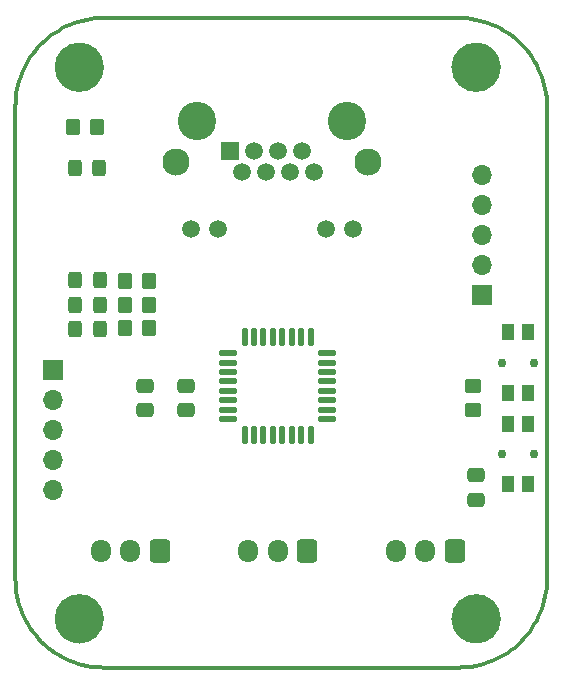
<source format=gbr>
%TF.GenerationSoftware,KiCad,Pcbnew,6.0.10+dfsg-1~bpo11+1*%
%TF.CreationDate,2023-01-29T22:13:57-06:00*%
%TF.ProjectId,Pedals,50656461-6c73-42e6-9b69-6361645f7063,rev?*%
%TF.SameCoordinates,Original*%
%TF.FileFunction,Soldermask,Top*%
%TF.FilePolarity,Negative*%
%FSLAX46Y46*%
G04 Gerber Fmt 4.6, Leading zero omitted, Abs format (unit mm)*
G04 Created by KiCad (PCBNEW 6.0.10+dfsg-1~bpo11+1) date 2023-01-29 22:13:57*
%MOMM*%
%LPD*%
G01*
G04 APERTURE LIST*
G04 Aperture macros list*
%AMRoundRect*
0 Rectangle with rounded corners*
0 $1 Rounding radius*
0 $2 $3 $4 $5 $6 $7 $8 $9 X,Y pos of 4 corners*
0 Add a 4 corners polygon primitive as box body*
4,1,4,$2,$3,$4,$5,$6,$7,$8,$9,$2,$3,0*
0 Add four circle primitives for the rounded corners*
1,1,$1+$1,$2,$3*
1,1,$1+$1,$4,$5*
1,1,$1+$1,$6,$7*
1,1,$1+$1,$8,$9*
0 Add four rect primitives between the rounded corners*
20,1,$1+$1,$2,$3,$4,$5,0*
20,1,$1+$1,$4,$5,$6,$7,0*
20,1,$1+$1,$6,$7,$8,$9,0*
20,1,$1+$1,$8,$9,$2,$3,0*%
G04 Aperture macros list end*
%TA.AperFunction,Profile*%
%ADD10C,0.349999*%
%TD*%
%TA.AperFunction,Profile*%
%ADD11C,2.075000*%
%TD*%
%ADD12O,1.700000X1.700000*%
%ADD13R,1.700000X1.700000*%
%ADD14RoundRect,0.250000X0.350000X0.450000X-0.350000X0.450000X-0.350000X-0.450000X0.350000X-0.450000X0*%
%ADD15RoundRect,0.250000X-0.325000X-0.450000X0.325000X-0.450000X0.325000X0.450000X-0.325000X0.450000X0*%
%ADD16RoundRect,0.250000X0.600000X0.725000X-0.600000X0.725000X-0.600000X-0.725000X0.600000X-0.725000X0*%
%ADD17O,1.700000X1.950000*%
%ADD18RoundRect,0.250000X0.475000X-0.337500X0.475000X0.337500X-0.475000X0.337500X-0.475000X-0.337500X0*%
%ADD19C,3.250000*%
%ADD20R,1.500000X1.500000*%
%ADD21C,1.500000*%
%ADD22C,2.300000*%
%ADD23RoundRect,0.250000X0.450000X-0.350000X0.450000X0.350000X-0.450000X0.350000X-0.450000X-0.350000X0*%
%ADD24C,0.750000*%
%ADD25R,1.000000X1.450000*%
%ADD26RoundRect,0.125000X-0.625000X-0.125000X0.625000X-0.125000X0.625000X0.125000X-0.625000X0.125000X0*%
%ADD27RoundRect,0.125000X-0.125000X-0.625000X0.125000X-0.625000X0.125000X0.625000X-0.125000X0.625000X0*%
%ADD28RoundRect,0.250000X-0.475000X0.337500X-0.475000X-0.337500X0.475000X-0.337500X0.475000X0.337500X0*%
%ADD29RoundRect,0.250000X0.325000X0.450000X-0.325000X0.450000X-0.325000X-0.450000X0.325000X-0.450000X0*%
G04 APERTURE END LIST*
D10*
X125183550Y-75797418D02*
X125363960Y-75478420D01*
X166262042Y-73300778D02*
X166553182Y-73527581D01*
X124624190Y-121510361D02*
X124526193Y-121157226D01*
X124336701Y-78587814D02*
X124382194Y-78221573D01*
X161799997Y-71829097D02*
X162171901Y-71838314D01*
X129971872Y-126602905D02*
X129618736Y-126504908D01*
X131058717Y-71865797D02*
X131428097Y-71838314D01*
X169299997Y-79329097D02*
X169299997Y-119329097D01*
X168416448Y-75797418D02*
X168580885Y-76124473D01*
X126766193Y-124888857D02*
X126496700Y-124632400D01*
X129971872Y-72055289D02*
X130329990Y-71974539D01*
X167359757Y-74295289D02*
X167601514Y-74575913D01*
X163270007Y-71974539D02*
X163628126Y-72055289D01*
X169290780Y-119701000D02*
X169263297Y-120070380D01*
X163981261Y-126504908D02*
X163628126Y-126602905D01*
X124382194Y-78221573D02*
X124445443Y-77859086D01*
X131800000Y-126829097D02*
X131428097Y-126819879D01*
X127337956Y-73300778D02*
X127638996Y-73089185D01*
X131428097Y-126819879D02*
X131058717Y-126792397D01*
X126240242Y-74295289D02*
X126496700Y-74025796D01*
X165650675Y-125765138D02*
X165331676Y-125945548D01*
X169154555Y-120799107D02*
X169073805Y-121157226D01*
X168580885Y-76124473D02*
X168729094Y-76458971D01*
X124870904Y-76458971D02*
X125019113Y-76124473D01*
X166553182Y-73527581D02*
X166833806Y-73769338D01*
X163628126Y-72055289D02*
X163981261Y-72153286D01*
X127949323Y-72893056D02*
X128268322Y-72712646D01*
X168860820Y-121857898D02*
X168729094Y-122199223D01*
X125363960Y-123179774D02*
X125183550Y-122860776D01*
X167601514Y-124082282D02*
X167359757Y-124362906D01*
X129618736Y-126504908D02*
X129271199Y-126389919D01*
X124336701Y-120070380D02*
X124309218Y-119701000D01*
X130692477Y-71911290D02*
X131058717Y-71865797D01*
X161799997Y-126829097D02*
X131800000Y-126829097D01*
X125998484Y-124082282D02*
X125771682Y-123791142D01*
X169073805Y-77500968D02*
X169154555Y-77859086D01*
X163628126Y-126602905D02*
X163270007Y-126683655D01*
X168975808Y-77147833D02*
X169073805Y-77500968D01*
X164328798Y-126389919D02*
X163981261Y-126504908D01*
X127337956Y-125357417D02*
X127046816Y-125130614D01*
X124309218Y-119701000D02*
X124300001Y-119329097D01*
D11*
X130737500Y-76000000D02*
G75*
G03*
X130737500Y-76000000I-1037500J0D01*
G01*
D10*
X161799997Y-71829097D02*
X161799997Y-71829097D01*
X129618736Y-72153286D02*
X129971872Y-72055289D01*
X125771682Y-123791142D02*
X125560089Y-123490101D01*
X124300001Y-79329097D02*
X124309218Y-78957193D01*
X127046816Y-125130614D02*
X126766193Y-124888857D01*
X124739178Y-76800295D02*
X124870904Y-76458971D01*
X126496700Y-124632400D02*
X126240242Y-124362906D01*
X166553182Y-125130614D02*
X166262042Y-125357417D01*
X165650675Y-72893056D02*
X165961002Y-73089185D01*
X169263297Y-120070380D02*
X169217804Y-120436620D01*
X127638996Y-125569009D02*
X127337956Y-125357417D01*
X130329990Y-126683655D02*
X129971872Y-126602905D01*
X124739178Y-121857898D02*
X124624190Y-121510361D01*
X128595377Y-72548209D02*
X128929874Y-72400000D01*
X167103300Y-74025796D02*
X167359757Y-74295289D01*
X162541280Y-71865797D02*
X162907520Y-71911290D01*
X162171901Y-71838314D02*
X162541280Y-71865797D01*
X166833806Y-73769338D02*
X167103300Y-74025796D01*
X162907520Y-71911290D02*
X163270007Y-71974539D01*
X131058717Y-126792397D02*
X130692477Y-126746904D01*
X124382194Y-120436620D02*
X124336701Y-120070380D01*
X168729094Y-122199223D02*
X168580885Y-122533720D01*
X165961002Y-73089185D02*
X166262042Y-73300778D01*
X125560089Y-123490101D02*
X125363960Y-123179774D01*
X165004621Y-72548209D02*
X165331676Y-72712646D01*
X168729094Y-76458971D02*
X168860820Y-76800295D01*
X168416448Y-122860776D02*
X168236038Y-123179774D01*
X164670123Y-72400000D02*
X165004621Y-72548209D01*
X163981261Y-72153286D02*
X164328798Y-72268274D01*
X165331676Y-72712646D02*
X165650675Y-72893056D01*
X126766193Y-73769338D02*
X127046816Y-73527581D01*
X129271199Y-72268274D02*
X129618736Y-72153286D01*
X165331676Y-125945548D02*
X165004621Y-126109985D01*
X169299997Y-119329097D02*
X169290780Y-119701000D01*
X126240242Y-124362906D02*
X125998484Y-124082282D01*
X131800000Y-71829097D02*
X161799997Y-71829097D01*
X126496700Y-74025796D02*
X126766193Y-73769338D01*
X169073805Y-121157226D02*
X168975808Y-121510361D01*
X166262042Y-125357417D02*
X165961002Y-125569009D01*
D11*
X164337500Y-76000000D02*
G75*
G03*
X164337500Y-76000000I-1037500J0D01*
G01*
D10*
X168236038Y-123179774D02*
X168039910Y-123490101D01*
X169154555Y-77859086D02*
X169217804Y-78221573D01*
X169217804Y-120436620D02*
X169154555Y-120799107D01*
X129271199Y-126389919D02*
X128929874Y-126258193D01*
X167828317Y-123791142D02*
X167601514Y-124082282D01*
X124445443Y-77859086D02*
X124526193Y-77500968D01*
X128268322Y-125945548D02*
X127949323Y-125765138D01*
X165004621Y-126109985D02*
X164670123Y-126258193D01*
X168236038Y-75478420D02*
X168416448Y-75797418D01*
X130329990Y-71974539D02*
X130692477Y-71911290D01*
X126496700Y-124632400D02*
X126496700Y-124632400D01*
X124526193Y-77500968D02*
X124624190Y-77147833D01*
X168975808Y-121510361D02*
X168860820Y-121857898D01*
X124526193Y-121157226D02*
X124445443Y-120799107D01*
X169290780Y-78957193D02*
X169299997Y-79329097D01*
X131428097Y-71838314D02*
X131800000Y-71829097D01*
X127046816Y-73527581D02*
X127337956Y-73300778D01*
X131800000Y-71829097D02*
X131800000Y-71829097D01*
X166833806Y-124888857D02*
X166553182Y-125130614D01*
X125183550Y-122860776D02*
X125019113Y-122533720D01*
X162541280Y-126792397D02*
X162171901Y-126819879D01*
X125771682Y-74867052D02*
X125998484Y-74575913D01*
X127638996Y-73089185D02*
X127949323Y-72893056D01*
X128929874Y-126258193D02*
X128595377Y-126109985D01*
X168039910Y-75168093D02*
X168236038Y-75478420D01*
X169299997Y-79329097D02*
X169299997Y-79329097D01*
X130692477Y-126746904D02*
X130329990Y-126683655D01*
X163270007Y-126683655D02*
X162907520Y-126746904D01*
X161799997Y-126829097D02*
X161799997Y-126829097D01*
D11*
X130737500Y-122700000D02*
G75*
G03*
X130737500Y-122700000I-1037500J0D01*
G01*
D10*
X167359757Y-124362906D02*
X167103300Y-124632400D01*
X124624190Y-77147833D02*
X124739178Y-76800295D01*
X125560089Y-75168093D02*
X125771682Y-74867052D01*
X125998484Y-74575913D02*
X126240242Y-74295289D01*
X167828317Y-74867052D02*
X168039910Y-75168093D01*
X165961002Y-125569009D02*
X165650675Y-125765138D01*
X127949323Y-125765138D02*
X127638996Y-125569009D01*
X125363960Y-75478420D02*
X125560089Y-75168093D01*
X128595377Y-126109985D02*
X128268322Y-125945548D01*
X164670123Y-126258193D02*
X164328798Y-126389919D01*
X131800000Y-126829097D02*
X131800000Y-126829097D01*
X168580885Y-122533720D02*
X168416448Y-122860776D01*
X124445443Y-120799107D02*
X124382194Y-120436620D01*
X167103300Y-74025796D02*
X167103300Y-74025796D01*
X128268322Y-72712646D02*
X128595377Y-72548209D01*
D11*
X164337500Y-122700000D02*
G75*
G03*
X164337500Y-122700000I-1037500J0D01*
G01*
D10*
X169263297Y-78587814D02*
X169290780Y-78957193D01*
X169299997Y-119329097D02*
X169299997Y-119329097D01*
X168039910Y-123490101D02*
X167828317Y-123791142D01*
X162907520Y-126746904D02*
X162541280Y-126792397D01*
X124300001Y-79329097D02*
X124300001Y-79329097D01*
X124309218Y-78957193D02*
X124336701Y-78587814D01*
X168860820Y-76800295D02*
X168975808Y-77147833D01*
X125019113Y-122533720D02*
X124870904Y-122199223D01*
X164328798Y-72268274D02*
X164670123Y-72400000D01*
X128929874Y-72400000D02*
X129271199Y-72268274D01*
X126496700Y-74025796D02*
X126496700Y-74025796D01*
X162171901Y-126819879D02*
X161799997Y-126829097D01*
X124870904Y-122199223D02*
X124739178Y-121857898D01*
X124300001Y-119329097D02*
X124300001Y-79329097D01*
X167103300Y-124632400D02*
X166833806Y-124888857D01*
X167601514Y-74575913D02*
X167828317Y-74867052D01*
X167103300Y-124632400D02*
X167103300Y-124632400D01*
X169217804Y-78221573D02*
X169263297Y-78587814D01*
X125019113Y-76124473D02*
X125183550Y-75797418D01*
D12*
%TO.C,UART_PGRM1*%
X127500000Y-111760000D03*
X127500000Y-109220000D03*
X127500000Y-106680000D03*
X127500000Y-104140000D03*
D13*
X127500000Y-101600000D03*
%TD*%
D14*
%TO.C,R5*%
X131200000Y-81100000D03*
X129200000Y-81100000D03*
%TD*%
%TO.C,R4*%
X135600000Y-94100000D03*
X133600000Y-94100000D03*
%TD*%
%TO.C,R3*%
X135600000Y-98100000D03*
X133600000Y-98100000D03*
%TD*%
%TO.C,R2*%
X135600000Y-96100000D03*
X133600000Y-96100000D03*
%TD*%
D15*
%TO.C,ID3*%
X129375000Y-94000000D03*
X131425000Y-94000000D03*
%TD*%
%TO.C,ID2*%
X129375000Y-98200000D03*
X131425000Y-98200000D03*
%TD*%
%TO.C,ID1*%
X131425000Y-96100000D03*
X129375000Y-96100000D03*
%TD*%
D16*
%TO.C,BRAKE1*%
X149000000Y-116935000D03*
D17*
X146500000Y-116935000D03*
X144000000Y-116935000D03*
%TD*%
D18*
%TO.C,C2*%
X135250000Y-105037500D03*
X135250000Y-102962500D03*
%TD*%
D16*
%TO.C,CLUTCH1*%
X161500000Y-116967500D03*
D17*
X159000000Y-116967500D03*
X156500000Y-116967500D03*
%TD*%
D19*
%TO.C,DATA1*%
X152350000Y-80585000D03*
X139650000Y-80585000D03*
D20*
X142440000Y-83125000D03*
D21*
X143456000Y-84905000D03*
X144472000Y-83125000D03*
X145488000Y-84905000D03*
X146504000Y-83125000D03*
X147520000Y-84905000D03*
X148536000Y-83125000D03*
X149552000Y-84905000D03*
X139140000Y-89725000D03*
X141430000Y-89725000D03*
X150570000Y-89725000D03*
X152860000Y-89725000D03*
D22*
X137870000Y-84015000D03*
X154130000Y-84015000D03*
%TD*%
D23*
%TO.C,R1*%
X163000000Y-105030000D03*
X163000000Y-103030000D03*
%TD*%
D24*
%TO.C,RST1*%
X168225000Y-108750000D03*
X165475000Y-108750000D03*
D25*
X167700000Y-111325000D03*
X167700000Y-106175000D03*
X166000000Y-106175000D03*
X166000000Y-111325000D03*
%TD*%
D18*
%TO.C,C1*%
X138750000Y-105037500D03*
X138750000Y-102962500D03*
%TD*%
D24*
%TO.C,BOOT1*%
X168225000Y-101000000D03*
X165475000Y-101000000D03*
D25*
X167700000Y-103575000D03*
X167700000Y-98425000D03*
X166000000Y-103575000D03*
X166000000Y-98425000D03*
%TD*%
D26*
%TO.C,U1*%
X142325000Y-100200000D03*
X142325000Y-101000000D03*
X142325000Y-101800000D03*
X142325000Y-102600000D03*
X142325000Y-103400000D03*
X142325000Y-104200000D03*
X142325000Y-105000000D03*
X142325000Y-105800000D03*
D27*
X143700000Y-107175000D03*
X144500000Y-107175000D03*
X145300000Y-107175000D03*
X146100000Y-107175000D03*
X146900000Y-107175000D03*
X147700000Y-107175000D03*
X148500000Y-107175000D03*
X149300000Y-107175000D03*
D26*
X150675000Y-105800000D03*
X150675000Y-105000000D03*
X150675000Y-104200000D03*
X150675000Y-103400000D03*
X150675000Y-102600000D03*
X150675000Y-101800000D03*
X150675000Y-101000000D03*
X150675000Y-100200000D03*
D27*
X149300000Y-98825000D03*
X148500000Y-98825000D03*
X147700000Y-98825000D03*
X146900000Y-98825000D03*
X146100000Y-98825000D03*
X145300000Y-98825000D03*
X144500000Y-98825000D03*
X143700000Y-98825000D03*
%TD*%
D28*
%TO.C,C3*%
X163300000Y-110562500D03*
X163300000Y-112637500D03*
%TD*%
D16*
%TO.C,ACCEL1*%
X136500000Y-116967500D03*
D17*
X134000000Y-116967500D03*
X131500000Y-116967500D03*
%TD*%
D29*
%TO.C,PWD1*%
X131375000Y-84500000D03*
X129325000Y-84500000D03*
%TD*%
D13*
%TO.C,ST-LINK1*%
X163800000Y-95300000D03*
D12*
X163800000Y-92760000D03*
X163800000Y-90220000D03*
X163800000Y-87680000D03*
X163800000Y-85140000D03*
%TD*%
M02*

</source>
